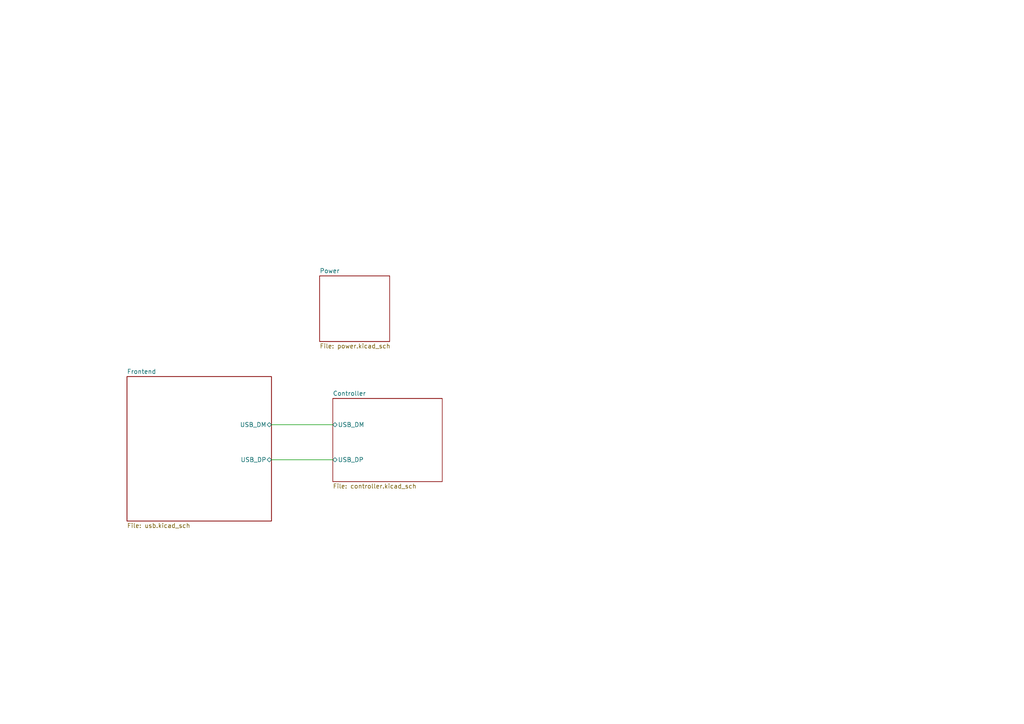
<source format=kicad_sch>
(kicad_sch
	(version 20250114)
	(generator "eeschema")
	(generator_version "9.0")
	(uuid "75c44e6f-0ea5-4980-b537-2044bb5bee98")
	(paper "A4")
	(title_block
		(title "Jetson Orin Nano Controller")
		(date "2025-10-22")
		(rev "1")
	)
	(lib_symbols)
	(wire
		(pts
			(xy 78.74 133.35) (xy 96.52 133.35)
		)
		(stroke
			(width 0)
			(type default)
		)
		(uuid "9b189e70-9585-45ce-bd60-6c5c7b3999c2")
	)
	(wire
		(pts
			(xy 78.74 123.19) (xy 96.52 123.19)
		)
		(stroke
			(width 0)
			(type default)
		)
		(uuid "d393ed45-a256-4250-ae2e-19f2574ea1e9")
	)
	(sheet
		(at 36.83 109.22)
		(size 41.91 41.91)
		(exclude_from_sim no)
		(in_bom yes)
		(on_board yes)
		(dnp no)
		(fields_autoplaced yes)
		(stroke
			(width 0.1524)
			(type solid)
		)
		(fill
			(color 0 0 0 0.0000)
		)
		(uuid "198e42d4-2f3d-48b3-a242-d90132e348d6")
		(property "Sheetname" "Frontend"
			(at 36.83 108.5084 0)
			(effects
				(font
					(size 1.27 1.27)
				)
				(justify left bottom)
			)
		)
		(property "Sheetfile" "usb.kicad_sch"
			(at 36.83 151.7146 0)
			(effects
				(font
					(size 1.27 1.27)
				)
				(justify left top)
			)
		)
		(pin "USB_DM" bidirectional
			(at 78.74 123.19 0)
			(uuid "54991332-7db2-4dbd-b544-af7b7b0b1ca7")
			(effects
				(font
					(size 1.27 1.27)
				)
				(justify right)
			)
		)
		(pin "USB_DP" bidirectional
			(at 78.74 133.35 0)
			(uuid "b8c04718-3144-45cd-9468-cb1748ae2898")
			(effects
				(font
					(size 1.27 1.27)
				)
				(justify right)
			)
		)
		(instances
			(project "orin-nano-controller"
				(path "/75c44e6f-0ea5-4980-b537-2044bb5bee98"
					(page "2")
				)
			)
		)
	)
	(sheet
		(at 96.52 115.57)
		(size 31.75 24.13)
		(exclude_from_sim no)
		(in_bom yes)
		(on_board yes)
		(dnp no)
		(fields_autoplaced yes)
		(stroke
			(width 0.1524)
			(type solid)
		)
		(fill
			(color 0 0 0 0.0000)
		)
		(uuid "51635310-cf84-4ff9-9fa7-4b65dd3bd30e")
		(property "Sheetname" "Controller"
			(at 96.52 114.8584 0)
			(effects
				(font
					(size 1.27 1.27)
				)
				(justify left bottom)
			)
		)
		(property "Sheetfile" "controller.kicad_sch"
			(at 96.52 140.2846 0)
			(effects
				(font
					(size 1.27 1.27)
				)
				(justify left top)
			)
		)
		(pin "USB_DM" bidirectional
			(at 96.52 123.19 180)
			(uuid "92587cef-e243-4255-a097-2607f51429ce")
			(effects
				(font
					(size 1.27 1.27)
				)
				(justify left)
			)
		)
		(pin "USB_DP" bidirectional
			(at 96.52 133.35 180)
			(uuid "7f01feef-9e62-4824-8cea-ee184cafcf61")
			(effects
				(font
					(size 1.27 1.27)
				)
				(justify left)
			)
		)
		(instances
			(project "orin-nano-controller"
				(path "/75c44e6f-0ea5-4980-b537-2044bb5bee98"
					(page "3")
				)
			)
		)
	)
	(sheet
		(at 92.71 80.01)
		(size 20.32 19.05)
		(exclude_from_sim no)
		(in_bom yes)
		(on_board yes)
		(dnp no)
		(fields_autoplaced yes)
		(stroke
			(width 0.1524)
			(type solid)
		)
		(fill
			(color 0 0 0 0.0000)
		)
		(uuid "bfc8d61b-7653-4507-8257-04fbe0c5bd18")
		(property "Sheetname" "Power"
			(at 92.71 79.2984 0)
			(effects
				(font
					(size 1.27 1.27)
				)
				(justify left bottom)
			)
		)
		(property "Sheetfile" "power.kicad_sch"
			(at 92.71 99.6446 0)
			(effects
				(font
					(size 1.27 1.27)
				)
				(justify left top)
			)
		)
		(instances
			(project "orin-nano-controller"
				(path "/75c44e6f-0ea5-4980-b537-2044bb5bee98"
					(page "4")
				)
			)
		)
	)
	(sheet_instances
		(path "/"
			(page "1")
		)
	)
	(embedded_fonts no)
)

</source>
